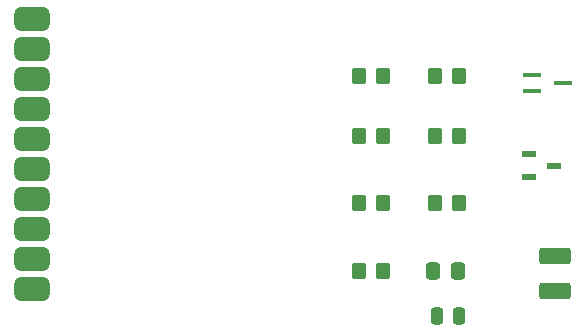
<source format=gbr>
%TF.GenerationSoftware,KiCad,Pcbnew,(6.0.4-0)*%
%TF.CreationDate,2023-05-22T14:10:50+02:00*%
%TF.ProjectId,NodeMCU-Metriful,4e6f6465-4d43-4552-9d4d-657472696675,rev?*%
%TF.SameCoordinates,Original*%
%TF.FileFunction,Paste,Top*%
%TF.FilePolarity,Positive*%
%FSLAX46Y46*%
G04 Gerber Fmt 4.6, Leading zero omitted, Abs format (unit mm)*
G04 Created by KiCad (PCBNEW (6.0.4-0)) date 2023-05-22 14:10:50*
%MOMM*%
%LPD*%
G01*
G04 APERTURE LIST*
G04 Aperture macros list*
%AMRoundRect*
0 Rectangle with rounded corners*
0 $1 Rounding radius*
0 $2 $3 $4 $5 $6 $7 $8 $9 X,Y pos of 4 corners*
0 Add a 4 corners polygon primitive as box body*
4,1,4,$2,$3,$4,$5,$6,$7,$8,$9,$2,$3,0*
0 Add four circle primitives for the rounded corners*
1,1,$1+$1,$2,$3*
1,1,$1+$1,$4,$5*
1,1,$1+$1,$6,$7*
1,1,$1+$1,$8,$9*
0 Add four rect primitives between the rounded corners*
20,1,$1+$1,$2,$3,$4,$5,0*
20,1,$1+$1,$4,$5,$6,$7,0*
20,1,$1+$1,$6,$7,$8,$9,0*
20,1,$1+$1,$8,$9,$2,$3,0*%
G04 Aperture macros list end*
%ADD10RoundRect,0.250000X-0.350000X-0.450000X0.350000X-0.450000X0.350000X0.450000X-0.350000X0.450000X0*%
%ADD11R,1.500000X0.450000*%
%ADD12R,1.300000X0.600000*%
%ADD13RoundRect,0.250001X1.074999X-0.462499X1.074999X0.462499X-1.074999X0.462499X-1.074999X-0.462499X0*%
%ADD14RoundRect,0.250000X-0.337500X-0.475000X0.337500X-0.475000X0.337500X0.475000X-0.337500X0.475000X0*%
%ADD15RoundRect,0.250000X0.350000X0.450000X-0.350000X0.450000X-0.350000X-0.450000X0.350000X-0.450000X0*%
%ADD16RoundRect,0.250000X0.250000X0.475000X-0.250000X0.475000X-0.250000X-0.475000X0.250000X-0.475000X0*%
%ADD17RoundRect,0.500000X-1.000000X0.500000X-1.000000X-0.500000X1.000000X-0.500000X1.000000X0.500000X0*%
G04 APERTURE END LIST*
D10*
%TO.C,R6*%
X114840000Y-90170000D03*
X116840000Y-90170000D03*
%TD*%
%TO.C,R3*%
X121285000Y-90170000D03*
X123285000Y-90170000D03*
%TD*%
D11*
%TO.C,Q1*%
X129420000Y-79360000D03*
X129420000Y-80660000D03*
X132080000Y-80010000D03*
%TD*%
D12*
%TO.C,Q2*%
X129185000Y-86045000D03*
X129185000Y-87945000D03*
X131285000Y-86995000D03*
%TD*%
D10*
%TO.C,R1*%
X121285000Y-79375000D03*
X123285000Y-79375000D03*
%TD*%
D13*
%TO.C,F1*%
X131445000Y-97590000D03*
X131445000Y-94615000D03*
%TD*%
D14*
%TO.C,C1*%
X121115000Y-95885000D03*
X123190000Y-95885000D03*
%TD*%
D15*
%TO.C,R5*%
X116840000Y-84455000D03*
X114840000Y-84455000D03*
%TD*%
%TO.C,R4*%
X116840000Y-79375000D03*
X114840000Y-79375000D03*
%TD*%
D16*
%TO.C,C2*%
X123286250Y-99695000D03*
X121386250Y-99695000D03*
%TD*%
D15*
%TO.C,R2*%
X123285000Y-84455000D03*
X121285000Y-84455000D03*
%TD*%
D10*
%TO.C,R7*%
X114840000Y-95885000D03*
X116840000Y-95885000D03*
%TD*%
D17*
%TO.C,U2*%
X87096787Y-97455437D03*
X87096787Y-94915437D03*
X87096787Y-92375437D03*
X87096787Y-89835437D03*
X87096787Y-87295437D03*
X87096787Y-84755437D03*
X87096787Y-82215437D03*
X87096787Y-79675437D03*
X87096787Y-77135437D03*
X87096787Y-74595437D03*
%TD*%
M02*

</source>
